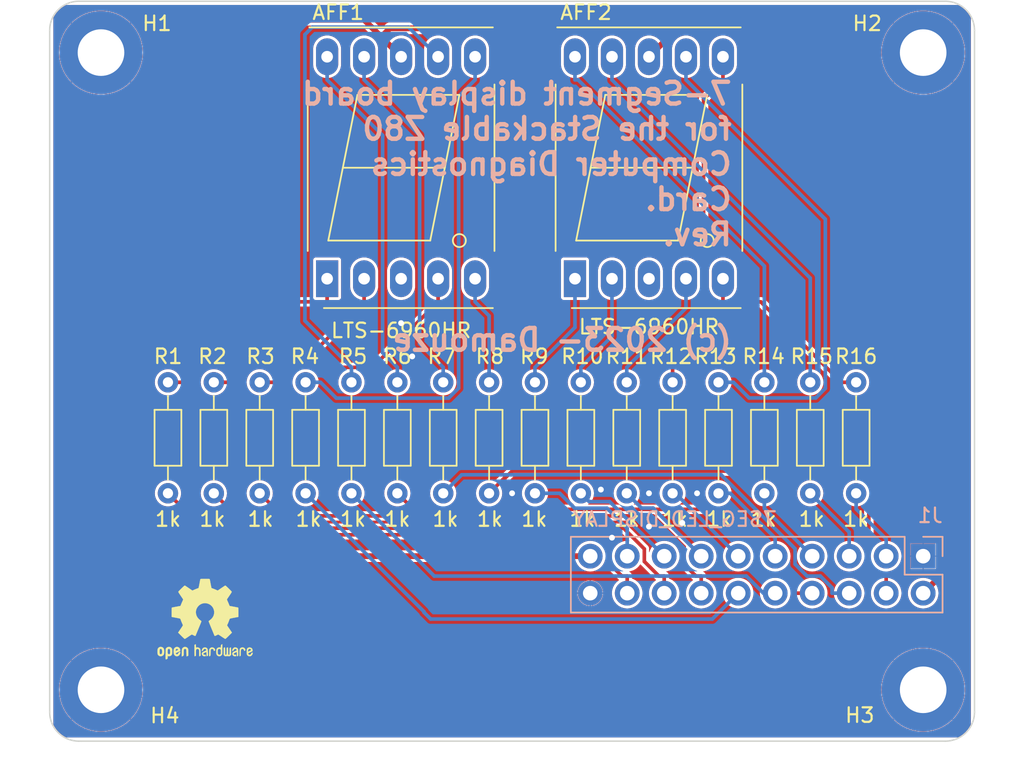
<source format=kicad_pcb>
(kicad_pcb (version 20221018) (generator pcbnew)
  (title_block (title "Clock Reset Board") (date "2023-08-24"))
  (layers (0 "F.Cu" mixed) (31 "B.Cu" mixed) (34 "B.Paste" user) (35 "F.Paste" user) (36 "B.SilkS" user "B.Silkscreen") (37 "F.SilkS" user "F.Silkscreen") (38 "B.Mask" user) (39 "F.Mask" user) (44 "Edge.Cuts" user))
  (net 0 "")
  (net 1 "Net-(AFF1-e)")
  (net 2 "Net-(AFF1-d)")
  (net 4 "Net-(AFF1-c)")
  (net 5 "Net-(AFF1-DP)")
  (net 6 "Net-(AFF1-b)")
  (net 7 "Net-(AFF1-a)")
  (net 8 "/+5V")
  (net 9 "Net-(AFF1-f)")
  (net 10 "Net-(AFF1-g)")
  (net 11 "Net-(AFF2-e)")
  (net 12 "Net-(AFF2-d)")
  (net 14 "Net-(AFF2-c)")
  (net 15 "Net-(AFF2-DP)")
  (net 16 "Net-(AFF2-b)")
  (net 17 "Net-(AFF2-a)")
  (net 18 "Net-(AFF2-f)")
  (net 19 "Net-(AFF2-g)")
  (net 20 "/GND")
  (net 21 "/~{SEG2_DP}")
  (net 22 "/~{SEG1_DP}")
  (net 23 "/~{SEG2_F}")
  (net 24 "/~{SEG1_F}")
  (net 25 "/~{SEG2_G}")
  (net 26 "/~{SEG1_G}")
  (net 27 "/~{SEG2_A}")
  (net 28 "/~{SEG1_A}")
  (net 29 "/~{SEG2_B}")
  (net 30 "/~{SEG1_B}")
  (net 31 "/~{SEG2_C}")
  (net 32 "/~{SEG1_C}")
  (net 33 "/~{SEG2_D}")
  (net 34 "/~{SEG1_D}")
  (net 35 "/~{SEG2_E}")
  (net 36 "/~{SEG1_E}")
  (footprint "MountingHole:MountingHole_3.2mm_M3_ISO7380_Pad" (layer "F.Cu") (at 28.925 28.925)
    (fp_text reference "H1" (at 3.841 -2.001) (layer "F.SilkS"))
    (fp_text value "MountingHole_Pad")
    (pad "1" thru_hole circle (at 0 0) (size 5.7 5.7) (drill 3.2) (layers "*.Cu" "*.Mask") (net 20 "/GND"))
  )
  (footprint "Resistor_THT:R_Axial_DIN0204_L3.6mm_D1.6mm_P7.62mm_Horizontal" (layer "F.Cu") (at 68.172 59.182 90)
    (fp_text reference "R12" (at 9.398 -0.1 180) (layer "F.SilkS"))
    (fp_text value "1k" (at -1.778 0.154 180) (layer "F.SilkS"))
    (pad "1" thru_hole circle (at 0 0 90) (size 1.4 1.4) (drill 0.7) (layers "*.Cu" "*.Mask") (net 29 "/~{SEG2_B}"))
    (pad "2" thru_hole oval (at 7.62 0 90) (size 1.4 1.4) (drill 0.7) (layers "*.Cu" "*.Mask") (net 16 "Net-(AFF2-b)"))
  )
  (footprint "Resistor_THT:R_Axial_DIN0204_L3.6mm_D1.6mm_P7.62mm_Horizontal" (layer "F.Cu") (at 52.422 59.182 90)
    (fp_text reference "R7" (at 9.398 -0.098 180) (layer "F.SilkS"))
    (fp_text value "1k" (at -1.778 0.156 180) (layer "F.SilkS"))
    (pad "1" thru_hole circle (at 0 0 90) (size 1.4 1.4) (drill 0.7) (layers "*.Cu" "*.Mask") (net 24 "/~{SEG1_F}"))
    (pad "2" thru_hole oval (at 7.62 0 90) (size 1.4 1.4) (drill 0.7) (layers "*.Cu" "*.Mask") (net 9 "Net-(AFF1-f)"))
  )
  (footprint "Resistor_THT:R_Axial_DIN0204_L3.6mm_D1.6mm_P7.62mm_Horizontal" (layer "F.Cu") (at 39.822 59.182 90)
    (fp_text reference "R3" (at 9.398 0.056 180) (layer "F.SilkS"))
    (fp_text value "1k" (at -1.778 0.056 180) (layer "F.SilkS"))
    (pad "1" thru_hole circle (at 0 0 90) (size 1.4 1.4) (drill 0.7) (layers "*.Cu" "*.Mask") (net 32 "/~{SEG1_C}"))
    (pad "2" thru_hole oval (at 7.62 0 90) (size 1.4 1.4) (drill 0.7) (layers "*.Cu" "*.Mask") (net 4 "Net-(AFF1-c)"))
  )
  (footprint "MountingHole:MountingHole_3.2mm_M3_ISO7380_Pad" (layer "F.Cu") (at 28.925 72.675)
    (fp_text reference "H4" (at 4.3815 1.7755) (layer "F.SilkS"))
    (fp_text value "MountingHole_Pad")
    (pad "1" thru_hole circle (at 0 0) (size 5.7 5.7) (drill 3.2) (layers "*.Cu" "*.Mask") (net 20 "/GND"))
  )
  (footprint "Resistor_THT:R_Axial_DIN0204_L3.6mm_D1.6mm_P7.62mm_Horizontal" (layer "F.Cu") (at 65.022 59.182 90)
    (fp_text reference "R11" (at 9.398 0.002 180) (layer "F.SilkS"))
    (fp_text value "1k" (at -1.778 0.002 180) (layer "F.SilkS"))
    (pad "1" thru_hole circle (at 0 0 90) (size 1.4 1.4) (drill 0.7) (layers "*.Cu" "*.Mask") (net 31 "/~{SEG2_C}"))
    (pad "2" thru_hole oval (at 7.62 0 90) (size 1.4 1.4) (drill 0.7) (layers "*.Cu" "*.Mask") (net 14 "Net-(AFF2-c)"))
  )
  (footprint "Resistor_THT:R_Axial_DIN0204_L3.6mm_D1.6mm_P7.62mm_Horizontal" (layer "F.Cu") (at 71.322 59.182 90)
    (fp_text reference "R13" (at 9.398 -0.202 180) (layer "F.SilkS"))
    (fp_text value "1k" (at -1.778 0.052 180) (layer "F.SilkS"))
    (pad "1" thru_hole circle (at 0 0 90) (size 1.4 1.4) (drill 0.7) (layers "*.Cu" "*.Mask") (net 27 "/~{SEG2_A}"))
    (pad "2" thru_hole oval (at 7.62 0 90) (size 1.4 1.4) (drill 0.7) (layers "*.Cu" "*.Mask") (net 17 "Net-(AFF2-a)"))
  )
  (footprint "Display_7Segment:7SegmentLED_LTS6760_LTS6780" (layer "F.Cu") (at 44.45 44.45 90)
    (fp_text reference "AFF1" (at 18.288 0.762 180) (layer "F.SilkS"))
    (fp_text value "LTS-6960HR" (at -3.556 5.08 180) (layer "F.SilkS"))
    (pad "1" thru_hole rect (at 0 0) (size 1.524 2.524) (drill 0.8) (layers "*.Cu" "*.Mask") (net 1 "Net-(AFF1-e)"))
    (pad "2" thru_hole oval (at 0 2.54) (size 1.524 2.524) (drill 0.8) (layers "*.Cu" "*.Mask") (net 2 "Net-(AFF1-d)"))
    (pad "3" thru_hole oval (at 0 5.08) (size 1.524 2.524) (drill 0.8) (layers "*.Cu" "*.Mask"))
    (pad "4" thru_hole oval (at 0 7.62) (size 1.524 2.524) (drill 0.8) (layers "*.Cu" "*.Mask") (net 4 "Net-(AFF1-c)"))
    (pad "5" thru_hole oval (at 0 10.16) (size 1.524 2.524) (drill 0.8) (layers "*.Cu" "*.Mask") (net 5 "Net-(AFF1-DP)"))
    (pad "6" thru_hole oval (at 15.24 10.16) (size 1.524 2.524) (drill 0.8) (layers "*.Cu" "*.Mask") (net 6 "Net-(AFF1-b)"))
    (pad "7" thru_hole oval (at 15.24 7.62) (size 1.524 2.524) (drill 0.8) (layers "*.Cu" "*.Mask") (net 7 "Net-(AFF1-a)"))
    (pad "8" thru_hole oval (at 15.24 5.08) (size 1.524 2.524) (drill 0.8) (layers "*.Cu" "*.Mask") (net 8 "/+5V"))
    (pad "9" thru_hole oval (at 15.24 2.54) (size 1.524 2.524) (drill 0.8) (layers "*.Cu" "*.Mask") (net 9 "Net-(AFF1-f)"))
    (pad "10" thru_hole oval (at 15.24 0) (size 1.524 2.524) (drill 0.8) (layers "*.Cu" "*.Mask") (net 10 "Net-(AFF1-g)"))
  )
  (footprint "Resistor_THT:R_Axial_DIN0204_L3.6mm_D1.6mm_P7.62mm_Horizontal" (layer "F.Cu") (at 49.272 59.182 90)
    (fp_text reference "R6" (at 9.398 0.004 180) (layer "F.SilkS"))
    (fp_text value "1k" (at -1.778 0.004 180) (layer "F.SilkS"))
    (pad "1" thru_hole circle (at 0 0 90) (size 1.4 1.4) (drill 0.7) (layers "*.Cu" "*.Mask") (net 26 "/~{SEG1_G}"))
    (pad "2" thru_hole oval (at 7.62 0 90) (size 1.4 1.4) (drill 0.7) (layers "*.Cu" "*.Mask") (net 10 "Net-(AFF1-g)"))
  )
  (footprint "Resistor_THT:R_Axial_DIN0204_L3.6mm_D1.6mm_P7.62mm_Horizontal" (layer "F.Cu") (at 33.522 59.182 90)
    (fp_text reference "R1" (at 9.398 0.006 180) (layer "F.SilkS"))
    (fp_text value "1k" (at -1.778 0.006 180) (layer "F.SilkS"))
    (pad "1" thru_hole circle (at 0 0 90) (size 1.4 1.4) (drill 0.7) (layers "*.Cu" "*.Mask") (net 36 "/~{SEG1_E}"))
    (pad "2" thru_hole oval (at 7.62 0 90) (size 1.4 1.4) (drill 0.7) (layers "*.Cu" "*.Mask") (net 1 "Net-(AFF1-e)"))
  )
  (footprint "Display_7Segment:7SegmentLED_LTS6760_LTS6780" (layer "F.Cu") (at 61.468 44.45 90)
    (fp_text reference "AFF2" (at 18.288 0.762 180) (layer "F.SilkS"))
    (fp_text value "LTS-6960HR" (at -3.302 5.08 180) (layer "F.SilkS"))
    (pad "1" thru_hole rect (at 0 0) (size 1.524 2.524) (drill 0.8) (layers "*.Cu" "*.Mask") (net 11 "Net-(AFF2-e)"))
    (pad "2" thru_hole oval (at 0 2.54) (size 1.524 2.524) (drill 0.8) (layers "*.Cu" "*.Mask") (net 12 "Net-(AFF2-d)"))
    (pad "3" thru_hole oval (at 0 5.08) (size 1.524 2.524) (drill 0.8) (layers "*.Cu" "*.Mask"))
    (pad "4" thru_hole oval (at 0 7.62) (size 1.524 2.524) (drill 0.8) (layers "*.Cu" "*.Mask") (net 14 "Net-(AFF2-c)"))
    (pad "5" thru_hole oval (at 0 10.16) (size 1.524 2.524) (drill 0.8) (layers "*.Cu" "*.Mask") (net 15 "Net-(AFF2-DP)"))
    (pad "6" thru_hole oval (at 15.24 10.16) (size 1.524 2.524) (drill 0.8) (layers "*.Cu" "*.Mask") (net 16 "Net-(AFF2-b)"))
    (pad "7" thru_hole oval (at 15.24 7.62) (size 1.524 2.524) (drill 0.8) (layers "*.Cu" "*.Mask") (net 17 "Net-(AFF2-a)"))
    (pad "8" thru_hole oval (at 15.24 5.08) (size 1.524 2.524) (drill 0.8) (layers "*.Cu" "*.Mask") (net 8 "/+5V"))
    (pad "9" thru_hole oval (at 15.24 2.54) (size 1.524 2.524) (drill 0.8) (layers "*.Cu" "*.Mask") (net 18 "Net-(AFF2-f)"))
    (pad "10" thru_hole oval (at 15.24 0) (size 1.524 2.524) (drill 0.8) (layers "*.Cu" "*.Mask") (net 19 "Net-(AFF2-g)"))
  )
  (footprint "Resistor_THT:R_Axial_DIN0204_L3.6mm_D1.6mm_P7.62mm_Horizontal" (layer "F.Cu") (at 46.122 59.182 90)
    (fp_text reference "R5" (at 9.398 0.106 180) (layer "F.SilkS"))
    (fp_text value "1k" (at -1.778 0.106 180) (layer "F.SilkS"))
    (pad "1" thru_hole circle (at 0 0 90) (size 1.4 1.4) (drill 0.7) (layers "*.Cu" "*.Mask") (net 28 "/~{SEG1_A}"))
    (pad "2" thru_hole oval (at 7.62 0 90) (size 1.4 1.4) (drill 0.7) (layers "*.Cu" "*.Mask") (net 7 "Net-(AFF1-a)"))
  )
  (footprint "MountingHole:MountingHole_3.2mm_M3_ISO7380_Pad" (layer "F.Cu") (at 85.375 28.925)
    (fp_text reference "H2" (at -3.841 -2.001) (layer "F.SilkS"))
    (fp_text value "MountingHole_Pad")
    (pad "1" thru_hole circle (at 0 0) (size 5.7 5.7) (drill 3.2) (layers "*.Cu" "*.Mask") (net 20 "/GND"))
  )
  (footprint "Resistor_THT:R_Axial_DIN0204_L3.6mm_D1.6mm_P7.62mm_Horizontal" (layer "F.Cu") (at 55.572 59.182 90)
    (fp_text reference "R8" (at 9.398 0.054 180) (layer "F.SilkS"))
    (fp_text value "1k" (at -1.778 0.054 180) (layer "F.SilkS"))
    (pad "1" thru_hole circle (at 0 0 90) (size 1.4 1.4) (drill 0.7) (layers "*.Cu" "*.Mask") (net 22 "/~{SEG1_DP}"))
    (pad "2" thru_hole oval (at 7.62 0 90) (size 1.4 1.4) (drill 0.7) (layers "*.Cu" "*.Mask") (net 5 "Net-(AFF1-DP)"))
  )
  (footprint "Resistor_THT:R_Axial_DIN0204_L3.6mm_D1.6mm_P7.62mm_Horizontal" (layer "F.Cu") (at 80.772 59.182 90)
    (fp_text reference "R16" (at 9.398 0 180) (layer "F.SilkS"))
    (fp_text value "1k" (at -1.778 0 180) (layer "F.SilkS"))
    (pad "1" thru_hole circle (at 0 0 90) (size 1.4 1.4) (drill 0.7) (layers "*.Cu" "*.Mask") (net 21 "/~{SEG2_DP}"))
    (pad "2" thru_hole oval (at 7.62 0 90) (size 1.4 1.4) (drill 0.7) (layers "*.Cu" "*.Mask") (net 15 "Net-(AFF2-DP)"))
  )
  (footprint "Resistor_THT:R_Axial_DIN0204_L3.6mm_D1.6mm_P7.62mm_Horizontal" (layer "F.Cu") (at 61.872 59.182 90)
    (fp_text reference "R10" (at 9.398 0.104 180) (layer "F.SilkS"))
    (fp_text value "1k" (at -1.778 0.104 180) (layer "F.SilkS"))
    (pad "1" thru_hole circle (at 0 0 90) (size 1.4 1.4) (drill 0.7) (layers "*.Cu" "*.Mask") (net 33 "/~{SEG2_D}"))
    (pad "2" thru_hole oval (at 7.62 0 90) (size 1.4 1.4) (drill 0.7) (layers "*.Cu" "*.Mask") (net 12 "Net-(AFF2-d)"))
  )
  (footprint "Resistor_THT:R_Axial_DIN0204_L3.6mm_D1.6mm_P7.62mm_Horizontal" (layer "F.Cu") (at 74.472 59.182 90)
    (fp_text reference "R14" (at 9.398 -0.05 180) (layer "F.SilkS"))
    (fp_text value "1k" (at -1.778 -0.05 180) (layer "F.SilkS"))
    (pad "1" thru_hole circle (at 0 0 90) (size 1.4 1.4) (drill 0.7) (layers "*.Cu" "*.Mask") (net 25 "/~{SEG2_G}"))
    (pad "2" thru_hole oval (at 7.62 0 90) (size 1.4 1.4) (drill 0.7) (layers "*.Cu" "*.Mask") (net 19 "Net-(AFF2-g)"))
  )
  (footprint "Resistor_THT:R_Axial_DIN0204_L3.6mm_D1.6mm_P7.62mm_Horizontal" (layer "F.Cu") (at 58.722 59.182 90)
    (fp_text reference "R9" (at 9.398 -0.048 180) (layer "F.SilkS"))
    (fp_text value "1k" (at -1.778 -0.048 180) (layer "F.SilkS"))
    (pad "1" thru_hole circle (at 0 0 90) (size 1.4 1.4) (drill 0.7) (layers "*.Cu" "*.Mask") (net 35 "/~{SEG2_E}"))
    (pad "2" thru_hole oval (at 7.62 0 90) (size 1.4 1.4) (drill 0.7) (layers "*.Cu" "*.Mask") (net 11 "Net-(AFF2-e)"))
  )
  (footprint "MountingHole:MountingHole_3.2mm_M3_ISO7380_Pad" (layer "F.Cu") (at 85.375 72.675)
    (fp_text reference "H3" (at -4.349 1.747) (layer "F.SilkS"))
    (fp_text value "MountingHole_Pad")
    (pad "1" thru_hole circle (at 0 0) (size 5.7 5.7) (drill 3.2) (layers "*.Cu" "*.Mask") (net 20 "/GND"))
  )
  (footprint "Symbol:OSHW-Logo2_7.3x6mm_SilkScreen" (layer "F.Cu") (at 36.068 67.818)
    (fp_text reference "REF**" hide)
    (fp_text value "OSHW-Logo2_7.3x6mm_SilkScreen" hide)
  )
  (footprint "Resistor_THT:R_Axial_DIN0204_L3.6mm_D1.6mm_P7.62mm_Horizontal" (layer "F.Cu") (at 36.672 59.182 90)
    (fp_text reference "R2" (at 9.398 -0.096 180) (layer "F.SilkS"))
    (fp_text value "1k" (at -1.778 -0.096 180) (layer "F.SilkS"))
    (pad "1" thru_hole circle (at 0 0 90) (size 1.4 1.4) (drill 0.7) (layers "*.Cu" "*.Mask") (net 34 "/~{SEG1_D}"))
    (pad "2" thru_hole oval (at 7.62 0 90) (size 1.4 1.4) (drill 0.7) (layers "*.Cu" "*.Mask") (net 2 "Net-(AFF1-d)"))
  )
  (footprint "Resistor_THT:R_Axial_DIN0204_L3.6mm_D1.6mm_P7.62mm_Horizontal" (layer "F.Cu") (at 77.622 59.182 90)
    (fp_text reference "R15" (at 9.398 0.102 180) (layer "F.SilkS"))
    (fp_text value "1k" (at -1.778 0.102 180) (layer "F.SilkS"))
    (pad "1" thru_hole circle (at 0 0 90) (size 1.4 1.4) (drill 0.7) (layers "*.Cu" "*.Mask") (net 23 "/~{SEG2_F}"))
    (pad "2" thru_hole oval (at 7.62 0 90) (size 1.4 1.4) (drill 0.7) (layers "*.Cu" "*.Mask") (net 18 "Net-(AFF2-f)"))
  )
  (footprint "Resistor_THT:R_Axial_DIN0204_L3.6mm_D1.6mm_P7.62mm_Horizontal" (layer "F.Cu") (at 42.972 59.182 90)
    (fp_text reference "R4" (at 9.398 -0.046 180) (layer "F.SilkS"))
    (fp_text value "1k" (at -1.778 0.208 180) (layer "F.SilkS"))
    (pad "1" thru_hole circle (at 0 0 90) (size 1.4 1.4) (drill 0.7) (layers "*.Cu" "*.Mask") (net 30 "/~{SEG1_B}"))
    (pad "2" thru_hole oval (at 7.62 0 90) (size 1.4 1.4) (drill 0.7) (layers "*.Cu" "*.Mask") (net 6 "Net-(AFF1-b)"))
  )
  (footprint "Connector_PinSocket_2.54mm:PinSocket_2x10_P2.54mm_Vertical" (layer "B.Cu") (at 85.375 63.5 90)
    (fp_text reference "J1" (at 2.794 0.477 180) (layer "B.SilkS") (effects (justify mirror)))
    (fp_text value "7SEG_LED_DISPLAY" (at 2.54 -17.049 180) (layer "B.SilkS") (effects (justify mirror)))
    (pad "1" thru_hole rect (at 0 0 90) (size 1.7 1.7) (drill 1) (layers "*.Cu" "*.Mask") (net 20 "/GND"))
    (pad "2" thru_hole oval (at -2.54 0 90) (size 1.7 1.7) (drill 1) (layers "*.Cu" "*.Mask") (net 8 "/+5V"))
    (pad "3" thru_hole oval (at 0 -2.54 90) (size 1.7 1.7) (drill 1) (layers "*.Cu" "*.Mask") (net 21 "/~{SEG2_DP}"))
    (pad "4" thru_hole oval (at -2.54 -2.54 90) (size 1.7 1.7) (drill 1) (layers "*.Cu" "*.Mask") (net 22 "/~{SEG1_DP}"))
    (pad "5" thru_hole oval (at 0 -5.08 90) (size 1.7 1.7) (drill 1) (layers "*.Cu" "*.Mask") (net 23 "/~{SEG2_F}"))
    (pad "6" thru_hole oval (at -2.54 -5.08 90) (size 1.7 1.7) (drill 1) (layers "*.Cu" "*.Mask") (net 24 "/~{SEG1_F}"))
    (pad "7" thru_hole oval (at 0 -7.62 90) (size 1.7 1.7) (drill 1) (layers "*.Cu" "*.Mask") (net 25 "/~{SEG2_G}"))
    (pad "8" thru_hole oval (at -2.54 -7.62 90) (size 1.7 1.7) (drill 1) (layers "*.Cu" "*.Mask") (net 26 "/~{SEG1_G}"))
    (pad "9" thru_hole oval (at 0 -10.16 90) (size 1.7 1.7) (drill 1) (layers "*.Cu" "*.Mask") (net 27 "/~{SEG2_A}"))
    (pad "10" thru_hole oval (at -2.54 -10.16 90) (size 1.7 1.7) (drill 1) (layers "*.Cu" "*.Mask") (net 28 "/~{SEG1_A}"))
    (pad "11" thru_hole oval (at 0 -12.7 90) (size 1.7 1.7) (drill 1) (layers "*.Cu" "*.Mask") (net 29 "/~{SEG2_B}"))
    (pad "12" thru_hole oval (at -2.54 -12.7 90) (size 1.7 1.7) (drill 1) (layers "*.Cu" "*.Mask") (net 30 "/~{SEG1_B}"))
    (pad "13" thru_hole oval (at 0 -15.24 90) (size 1.7 1.7) (drill 1) (layers "*.Cu" "*.Mask") (net 31 "/~{SEG2_C}"))
    (pad "14" thru_hole oval (at -2.54 -15.24 90) (size 1.7 1.7) (drill 1) (layers "*.Cu" "*.Mask") (net 32 "/~{SEG1_C}"))
    (pad "15" thru_hole oval (at 0 -17.78 90) (size 1.7 1.7) (drill 1) (layers "*.Cu" "*.Mask") (net 33 "/~{SEG2_D}"))
    (pad "16" thru_hole oval (at -2.54 -17.78 90) (size 1.7 1.7) (drill 1) (layers "*.Cu" "*.Mask") (net 34 "/~{SEG1_D}"))
    (pad "17" thru_hole oval (at 0 -20.32 90) (size 1.7 1.7) (drill 1) (layers "*.Cu" "*.Mask") (net 35 "/~{SEG2_E}"))
    (pad "18" thru_hole oval (at -2.54 -20.32 90) (size 1.7 1.7) (drill 1) (layers "*.Cu" "*.Mask") (net 36 "/~{SEG1_E}"))
    (pad "19" thru_hole oval (at 0 -22.86 90) (size 1.7 1.7) (drill 1) (layers "*.Cu" "*.Mask") (net 8 "/+5V"))
    (pad "20" thru_hole oval (at -2.54 -22.86 90) (size 1.7 1.7) (drill 1) (layers "*.Cu" "*.Mask") (net 20 "/GND"))
  )
  (gr_arc (start 88.9 74.2) (mid 88.314214 75.614214) (end 86.9 76.2) (stroke (width 0.1)) (layer "Edge.Cuts"))
  (gr_arc (start 25.4 27.4) (mid 25.985786 25.985786) (end 27.4 25.4) (stroke (width 0.1)) (layer "Edge.Cuts"))
  (gr_line (start 25.4 27.4) (end 25.4 74.2) (stroke (width 0.1)) (layer "Edge.Cuts"))
  (gr_line (start 88.9 27.4) (end 88.9 74.2) (stroke (width 0.1)) (layer "Edge.Cuts"))
  (gr_line (start 27.4 25.4) (end 86.9 25.4) (stroke (width 0.1)) (layer "Edge.Cuts"))
  (gr_line (start 27.4 76.2) (end 86.9 76.2) (stroke (width 0.1)) (layer "Edge.Cuts"))
  (gr_arc (start 86.9 25.4) (mid 88.314214 25.985786) (end 88.9 27.4) (stroke (width 0.1)) (layer "Edge.Cuts"))
  (gr_arc (start 27.4 76.2) (mid 25.985786 75.614214) (end 25.4 74.2) (stroke (width 0.1)) (layer "Edge.Cuts"))
  (gr_text "7-Segment display board\nfor the Stackable Z80\nComputer Diagnostics\nCard.\nRev. ${REVISION}\n\n\n(c) 2023- Damouze" (at 72.39 49.53) (layer "B.SilkS") (effects (font (size 1.5 1.5) (thickness 0.3) bold) (justify left bottom mirror)))
  (segment (start 40.072 46.0371) (end 34.5471 51.562) (width 0.25) (layer "F.Cu") (net 1))
  (segment (start 44.45 46.0371) (end 40.072 46.0371) (width 0.25) (layer "F.Cu") (net 1))
  (segment (start 33.522 51.562) (end 34.5471 51.562) (width 0.25) (layer "F.Cu") (net 1))
  (segment (start 44.45 44.45) (end 44.45 46.0371) (width 0.25) (layer "F.Cu") (net 1))
  (segment (start 46.99 44.45) (end 46.99 46.0371) (width 0.25) (layer "F.Cu") (net 2))
  (segment (start 46.99 46.0371) (end 43.7091 49.318) (width 0.25) (layer "F.Cu") (net 2))
  (segment (start 36.672 51.562) (end 37.6971 51.562) (width 0.25) (layer "F.Cu") (net 2))
  (segment (start 43.7091 49.318) (end 39.9411 49.318) (width 0.25) (layer "F.Cu") (net 2))
  (segment (start 39.9411 49.318) (end 37.6971 51.562) (width 0.25) (layer "F.Cu") (net 2))
  (segment (start 47.5702 50.5369) (end 52.07 46.0371) (width 0.25) (layer "F.Cu") (net 4))
  (segment (start 39.822 51.562) (end 40.8471 51.562) (width 0.25) (layer "F.Cu") (net 4))
  (segment (start 52.07 44.45) (end 52.07 46.0371) (width 0.25) (layer "F.Cu") (net 4))
  (segment (start 40.8471 51.562) (end 41.8722 50.5369) (width 0.25) (layer "F.Cu") (net 4))
  (segment (start 41.8722 50.5369) (end 47.5702 50.5369) (width 0.25) (layer "F.Cu") (net 4))
  (segment (start 55.572 46.9991) (end 55.572 51.562) (width 0.25) (layer "B.Cu") (net 5))
  (segment (start 54.61 44.45) (end 54.61 46.0371) (width 0.25) (layer "B.Cu") (net 5))
  (segment (start 54.61 46.0371) (end 55.572 46.9991) (width 0.25) (layer "B.Cu") (net 5))
  (segment (start 42.972 51.562) (end 43.9971 51.562) (width 0.25) (layer "B.Cu") (net 6))
  (segment (start 54.61 29.21) (end 54.61 30.7971) (width 0.25) (layer "B.Cu") (net 6))
  (segment (start 52.7903 52.6479) (end 45.083 52.6479) (width 0.25) (layer "B.Cu") (net 6))
  (segment (start 45.083 52.6479) (end 43.9971 51.562) (width 0.25) (layer "B.Cu") (net 6))
  (segment (start 54.61 30.7971) (end 53.4795 31.9276) (width 0.25) (layer "B.Cu") (net 6))
  (segment (start 53.4795 51.9587) (end 52.7903 52.6479) (width 0.25) (layer "B.Cu") (net 6))
  (segment (start 53.4795 31.9276) (end 53.4795 51.9587) (width 0.25) (layer "B.Cu") (net 6))
  (segment (start 52.07 29.21) (end 50.038 27.178) (width 0.25) (layer "B.Cu") (net 7))
  (segment (start 46.122 50.5369) (end 46.122 51.562) (width 0.25) (layer "B.Cu") (net 7))
  (segment (start 50.038 27.178) (end 43.434 27.178) (width 0.25) (layer "B.Cu") (net 7))
  (segment (start 42.926 47.3409) (end 46.122 50.5369) (width 0.25) (layer "B.Cu") (net 7))
  (segment (start 42.926 27.686) (end 42.926 47.3409) (width 0.25) (layer "B.Cu") (net 7))
  (segment (start 43.434 27.178) (end 42.926 27.686) (width 0.25) (layer "B.Cu") (net 7))
  (segment (start 31.496 63.5) (end 27.94 59.944) (width 0.4) (layer "F.Cu") (net 8))
  (segment (start 48.168 27.848) (end 49.53 29.21) (width 0.4) (layer "F.Cu") (net 8))
  (segment (start 27.94 36.068) (end 37.338 26.67) (width 0.4) (layer "F.Cu") (net 8))
  (segment (start 69.088 26.67) (end 68.499 27.259) (width 0.4) (layer "F.Cu") (net 8))
  (segment (start 85.375 66.04) (end 86.625 64.79) (width 0.4) (layer "F.Cu") (net 8))
  (segment (start 68.499 27.259) (end 48.757 27.259) (width 0.4) (layer "F.Cu") (net 8))
  (segment (start 27.94 59.944) (end 27.94 36.068) (width 0.4) (layer "F.Cu") (net 8))
  (segment (start 86.625 38.873) (end 74.422 26.67) (width 0.4) (layer "F.Cu") (net 8))
  (segment (start 68.499 27.259) (end 66.548 29.21) (width 0.4) (layer "F.Cu") (net 8))
  (segment (start 46.99 26.67) (end 48.168 27.848) (width 0.4) (layer "F.Cu") (net 8))
  (segment (start 37.338 26.67) (end 46.99 26.67) (width 0.4) (layer "F.Cu") (net 8))
  (segment (start 48.757 27.259) (end 48.168 27.848) (width 0.4) (layer "F.Cu") (net 8))
  (segment (start 86.625 64.79) (end 86.625 38.873) (width 0.4) (layer "F.Cu") (net 8))
  (segment (start 62.515 63.5) (end 31.496 63.5) (width 0.4) (layer "F.Cu") (net 8))
  (segment (start 74.422 26.67) (end 69.088 26.67) (width 0.4) (layer "F.Cu") (net 8))
  (segment (start 50.8 34.6071) (end 50.8 48.9149) (width 0.25) (layer "B.Cu") (net 9))
  (segment (start 52.422 51.562) (end 52.422 50.5369) (width 0.25) (layer "B.Cu") (net 9))
  (segment (start 46.99 30.7971) (end 50.8 34.6071) (width 0.25) (layer "B.Cu") (net 9))
  (segment (start 46.99 29.21) (end 46.99 30.7971) (width 0.25) (layer "B.Cu") (net 9))
  (segment (start 50.8 48.9149) (end 52.422 50.5369) (width 0.25) (layer "B.Cu") (net 9))
  (segment (start 48.26 34.6071) (end 48.26 49.5249) (width 0.25) (layer "B.Cu") (net 10))
  (segment (start 44.45 29.21) (end 44.45 30.7971) (width 0.25) (layer "B.Cu") (net 10))
  (segment (start 44.45 30.7971) (end 48.26 34.6071) (width 0.25) (layer "B.Cu") (net 10))
  (segment (start 49.272 51.562) (end 49.272 50.5369) (width 0.25) (layer "B.Cu") (net 10))
  (segment (start 48.26 49.5249) (end 49.272 50.5369) (width 0.25) (layer "B.Cu") (net 10))
  (segment (start 61.468 47.7909) (end 58.722 50.5369) (width 0.25) (layer "B.Cu") (net 11))
  (segment (start 61.468 44.45) (end 61.468 47.7909) (width 0.25) (layer "B.Cu") (net 11))
  (segment (start 58.722 51.562) (end 58.722 50.5369) (width 0.25) (layer "B.Cu") (net 11))
  (segment (start 61.872 51.562) (end 61.872 50.5369) (width 0.25) (layer "B.Cu") (net 12))
  (segment (start 64.008 48.4009) (end 61.872 50.5369) (width 0.25) (layer "B.Cu") (net 12))
  (segment (start 64.008 44.45) (end 64.008 48.4009) (width 0.25) (layer "B.Cu") (net 12))
  (segment (start 69.088 44.45) (end 69.088 46.4709) (width 0.25) (layer "B.Cu") (net 14))
  (segment (start 65.022 51.562) (end 65.022 50.5369) (width 0.25) (layer "B.Cu") (net 14))
  (segment (start 69.088 46.4709) (end 65.022 50.5369) (width 0.25) (layer "B.Cu") (net 14))
  (segment (start 74.222 46.0371) (end 79.7469 51.562) (width 0.25) (layer "F.Cu") (net 15))
  (segment (start 71.628 46.0371) (end 74.222 46.0371) (width 0.25) (layer "F.Cu") (net 15))
  (segment (start 80.772 51.562) (end 79.7469 51.562) (width 0.25) (layer "F.Cu") (net 15))
  (segment (start 71.628 44.45) (end 71.628 46.0371) (width 0.25) (layer "F.Cu") (net 15))
  (segment (start 70.2968 32.1283) (end 70.2968 48.4121) (width 0.25) (layer "F.Cu") (net 16))
  (segment (start 68.172 51.562) (end 68.172 50.5369) (width 0.25) (layer "F.Cu") (net 16))
  (segment (start 71.628 30.7971) (end 70.2968 32.1283) (width 0.25) (layer "F.Cu") (net 16))
  (segment (start 71.628 29.21) (end 71.628 30.7971) (width 0.25) (layer "F.Cu") (net 16))
  (segment (start 70.2968 48.4121) (end 68.172 50.5369) (width 0.25) (layer "F.Cu") (net 16))
  (segment (start 78.6572 40.3663) (end 78.6572 51.98) (width 0.25) (layer "B.Cu") (net 17))
  (segment (start 78.0002 52.637) (end 73.4221 52.637) (width 0.25) (layer "B.Cu") (net 17))
  (segment (start 71.322 51.562) (end 72.3471 51.562) (width 0.25) (layer "B.Cu") (net 17))
  (segment (start 69.088 29.21) (end 69.088 30.7971) (width 0.25) (layer "B.Cu") (net 17))
  (segment (start 73.4221 52.637) (end 72.3471 51.562) (width 0.25) (layer "B.Cu") (net 17))
  (segment (start 78.6572 51.98) (end 78.0002 52.637) (width 0.25) (layer "B.Cu") (net 17))
  (segment (start 69.088 30.7971) (end 78.6572 40.3663) (width 0.25) (layer "B.Cu") (net 17))
  (segment (start 64.008 30.7971) (end 77.622 44.4111) (width 0.25) (layer "B.Cu") (net 18))
  (segment (start 64.008 29.21) (end 64.008 30.7971) (width 0.25) (layer "B.Cu") (net 18))
  (segment (start 77.622 44.4111) (end 77.622 51.562) (width 0.25) (layer "B.Cu") (net 18))
  (segment (start 61.686 30.7971) (end 61.468 30.7971) (width 0.25) (layer "B.Cu") (net 19))
  (segment (start 74.472 43.5831) (end 61.686 30.7971) (width 0.25) (layer "B.Cu") (net 19))
  (segment (start 74.472 51.562) (end 74.472 43.5831) (width 0.25) (layer "B.Cu") (net 19))
  (segment (start 61.468 29.21) (end 61.468 30.7971) (width 0.25) (layer "B.Cu") (net 19))
  (via (at 57.15 59.182) (size 0.6) (drill 0.4) (layers "F.Cu" "B.Cu") (net 20))
  (via (at 50.292 49.784) (size 0.6) (drill 0.4) (layers "F.Cu" "B.Cu") (net 20))
  (via (at 69.85 59.182) (size 0.6) (drill 0.4) (layers "F.Cu" "B.Cu") (net 20))
  (via (at 63.246 58.928) (size 0.6) (drill 0.4) (layers "F.Cu" "B.Cu") (net 20))
  (via (at 68.834 61.214) (size 0.6) (drill 0.4) (layers "F.Cu" "B.Cu") (net 20))
  (via (at 66.548 61.468) (size 0.6) (drill 0.4) (layers "F.Cu" "B.Cu") (net 20))
  (via (at 49.53 47.498) (size 0.6) (drill 0.4) (layers "F.Cu" "B.Cu") (net 20))
  (via (at 64.008 62.23) (size 0.6) (drill 0.4) (layers "F.Cu" "B.Cu") (net 20))
  (via (at 66.548 59.182) (size 0.6) (drill 0.4) (layers "F.Cu" "B.Cu") (net 20))
  (segment (start 82.835 62.3249) (end 80.772 60.2619) (width 0.25) (layer "B.Cu") (net 21))
  (segment (start 80.772 60.2619) (end 80.772 59.182) (width 0.25) (layer "B.Cu") (net 21))
  (segment (start 82.835 63.5) (end 82.835 62.3249) (width 0.25) (layer "B.Cu") (net 21))
  (segment (start 81.6444 64.0415) (end 82.4678 64.8649) (width 0.25) (layer "F.Cu") (net 22))
  (segment (start 81.8208 59.8394) (end 81.6444 60.0158) (width 0.25) (layer "F.Cu") (net 22))
  (segment (start 82.4678 64.8649) (end 82.835 64.8649) (width 0.25) (layer "F.Cu") (net 22))
  (segment (start 82.835 64.8649) (end 82.835 66.04) (width 0.25) (layer "F.Cu") (net 22))
  (segment (start 57.15 57.658) (end 80.7453 57.658) (width 0.25) (layer "F.Cu") (net 22))
  (segment (start 81.8208 58.7335) (end 81.8208 59.8394) (width 0.25) (layer "F.Cu") (net 22))
  (segment (start 55.572 59.182) (end 56.6389 58.1151) (width 0.25) (layer "F.Cu") (net 22))
  (segment (start 80.7453 57.658) (end 81.8208 58.7335) (width 0.25) (layer "F.Cu") (net 22))
  (segment (start 56.6929 58.1151) (end 57.15 57.658) (width 0.25) (layer "F.Cu") (net 22))
  (segment (start 56.6389 58.1151) (end 56.6929 58.1151) (width 0.25) (layer "F.Cu") (net 22))
  (segment (start 81.6444 60.0158) (end 81.6444 64.0415) (width 0.25) (layer "F.Cu") (net 22))
  (segment (start 80.295 61.855) (end 77.622 59.182) (width 0.25) (layer "B.Cu") (net 23))
  (segment (start 80.295 63.5) (end 80.295 61.855) (width 0.25) (layer "B.Cu") (net 23))
  (segment (start 76.5798 64.0489) (end 77.3958 64.8649) (width 0.25) (layer "B.Cu") (net 24))
  (segment (start 78.3121 64.8649) (end 79.1199 65.6727) (width 0.25) (layer "B.Cu") (net 24))
  (segment (start 79.1199 65.6727) (end 79.1199 66.04) (width 0.25) (layer "B.Cu") (net 24))
  (segment (start 76.5798 62.9899) (end 76.5798 64.0489) (width 0.25) (layer "B.Cu") (net 24))
  (segment (start 53.692 57.912) (end 71.5019 57.912) (width 0.25) (layer "B.Cu") (net 24))
  (segment (start 52.422 59.182) (end 53.692 57.912) (width 0.25) (layer "B.Cu") (net 24))
  (segment (start 71.5019 57.912) (end 76.5798 62.9899) (width 0.25) (layer "B.Cu") (net 24))
  (segment (start 79.1199 66.04) (end 80.295 66.04) (width 0.25) (layer "B.Cu") (net 24))
  (segment (start 77.3958 64.8649) (end 78.3121 64.8649) (width 0.25) (layer "B.Cu") (net 24))
  (segment (start 77.755 63.5) (end 74.472 60.217) (width 0.25) (layer "B.Cu") (net 25))
  (segment (start 74.472 60.217) (end 74.472 59.182) (width 0.25) (layer "B.Cu") (net 25))
  (segment (start 73.945 63.042) (end 71.1878 60.2848) (width 0.25) (layer "F.Cu") (net 26))
  (segment (start 76.5799 65.6727) (end 75.7721 64.8649) (width 0.25) (layer "F.Cu") (net 26))
  (segment (start 76.5799 66.04) (end 76.5799 65.6727) (width 0.25) (layer "F.Cu") (net 26))
  (segment (start 50.3748 60.2848) (end 49.272 59.182) (width 0.25) (layer "F.Cu") (net 26))
  (segment (start 77.755 66.04) (end 76.5799 66.04) (width 0.25) (layer "F.Cu") (net 26))
  (segment (start 71.1878 60.2848) (end 50.3748 60.2848) (width 0.25) (layer "F.Cu") (net 26))
  (segment (start 75.7721 64.8649) (end 74.8984 64.8649) (width 0.25) (layer "F.Cu") (net 26))
  (segment (start 73.945 63.9115) (end 73.945 63.042) (width 0.25) (layer "F.Cu") (net 26))
  (segment (start 74.8984 64.8649) (end 73.945 63.9115) (width 0.25) (layer "F.Cu") (net 26))
  (segment (start 75.215 62.261496) (end 72.135504 59.182) (width 0.25) (layer "B.Cu") (net 27))
  (segment (start 72.135504 59.182) (end 71.322 59.182) (width 0.25) (layer "B.Cu") (net 27))
  (segment (start 75.215 63.5) (end 75.215 62.261496) (width 0.25) (layer "B.Cu") (net 27))
  (segment (start 75.215 66.04) (end 74.4072 66.04) (width 0.25) (layer "B.Cu") (net 28))
  (segment (start 51.8049 64.8649) (end 46.122 59.182) (width 0.25) (layer "B.Cu") (net 28))
  (segment (start 74.4072 66.04) (end 73.2321 64.8649) (width 0.25) (layer "B.Cu") (net 28))
  (segment (start 73.2321 64.8649) (end 51.8049 64.8649) (width 0.25) (layer "B.Cu") (net 28))
  (segment (start 68.357 59.182) (end 68.172 59.182) (width 0.25) (layer "B.Cu") (net 29))
  (segment (start 72.675 63.5) (end 68.357 59.182) (width 0.25) (layer "B.Cu") (net 29))
  (segment (start 70.612 67.818) (end 51.562 67.818) (width 0.25) (layer "B.Cu") (net 30))
  (segment (start 51.1 67.356) (end 51.562 67.818) (width 0.25) (layer "B.Cu") (net 30))
  (segment (start 70.897 67.818) (end 70.612 67.818) (width 0.25) (layer "B.Cu") (net 30))
  (segment (start 51.1 67.31) (end 42.972 59.182) (width 0.25) (layer "B.Cu") (net 30))
  (segment (start 51.1 67.31) (end 51.1 67.356) (width 0.25) (layer "B.Cu") (net 30))
  (segment (start 72.675 66.04) (end 70.897 67.818) (width 0.25) (layer "B.Cu") (net 30))
  (segment (start 66.833 60.198) (end 66.038 60.198) (width 0.25) (layer "B.Cu") (net 31))
  (segment (start 66.038 60.198) (end 65.022 59.182) (width 0.25) (layer "B.Cu") (net 31))
  (segment (start 70.135 63.5) (end 66.833 60.198) (width 0.25) (layer "B.Cu") (net 31))
  (segment (start 41.375 60.735) (end 66.831 60.735) (width 0.25) (layer "F.Cu") (net 32))
  (segment (start 68.9598 64.055) (end 69.7697 64.8649) (width 0.25) (layer "F.Cu") (net 32))
  (segment (start 68.9598 62.8638) (end 68.9598 64.055) (width 0.25) (layer "F.Cu") (net 32))
  (segment (start 70.135 64.8649) (end 70.135 66.04) (width 0.25) (layer "F.Cu") (net 32))
  (segment (start 69.7697 64.8649) (end 70.135 64.8649) (width 0.25) (layer "F.Cu") (net 32))
  (segment (start 66.831 60.735) (end 68.9598 62.8638) (width 0.25) (layer "F.Cu") (net 32))
  (segment (start 39.822 59.182) (end 41.375 60.735) (width 0.25) (layer "F.Cu") (net 32))
  (segment (start 63.852 59.757) (end 62.447 59.757) (width 0.25) (layer "B.Cu") (net 33))
  (segment (start 67.595 63.5) (end 63.852 59.757) (width 0.25) (layer "B.Cu") (net 33))
  (segment (start 62.447 59.757) (end 61.872 59.182) (width 0.25) (layer "B.Cu") (net 33))
  (segment (start 64.8078 61.5816) (end 66.2302 63.004) (width 0.25) (layer "F.Cu") (net 34))
  (segment (start 36.672 59.182) (end 39.0716 61.5816) (width 0.25) (layer "F.Cu") (net 34))
  (segment (start 67.2297 64.8649) (end 67.595 64.8649) (width 0.25) (layer "F.Cu") (net 34))
  (segment (start 39.0716 61.5816) (end 64.8078 61.5816) (width 0.25) (layer "F.Cu") (net 34))
  (segment (start 67.595 66.04) (end 67.595 64.8649) (width 0.25) (layer "F.Cu") (net 34))
  (segment (start 66.2302 63.8654) (end 67.2297 64.8649) (width 0.25) (layer "F.Cu") (net 34))
  (segment (start 66.2302 63.004) (end 66.2302 63.8654) (width 0.25) (layer "F.Cu") (net 34))
  (segment (start 65.055 63.5) (end 65.055 61.596396) (width 0.25) (layer "B.Cu") (net 35))
  (segment (start 63.665604 60.207) (end 61.447431 60.207) (width 0.25) (layer "B.Cu") (net 35))
  (segment (start 60.422431 59.182) (end 58.722 59.182) (width 0.25) (layer "B.Cu") (net 35))
  (segment (start 65.055 61.596396) (end 63.665604 60.207) (width 0.25) (layer "B.Cu") (net 35))
  (segment (start 61.447431 60.207) (end 60.422431 59.182) (width 0.25) (layer "B.Cu") (net 35))
  (segment (start 36.3716 62.0316) (end 36.192 61.852) (width 0.25) (layer "F.Cu") (net 36))
  (segment (start 36.192 61.852) (end 33.522 59.182) (width 0.25) (layer "F.Cu") (net 36))
  (segment (start 65.055 66.04) (end 65.055 64.8649) (width 0.25) (layer "F.Cu") (net 36))
  (segment (start 65.055 64.8649) (end 64.6877 64.8649) (width 0.25) (layer "F.Cu") (net 36))
  (segment (start 63.8799 63.11) (end 62.8015 62.0316) (width 0.25) (layer "F.Cu") (net 36))
  (segment (start 62.8015 62.0316) (end 36.3716 62.0316) (width 0.25) (layer "F.Cu") (net 36))
  (segment (start 64.6877 64.8649) (end 63.8799 64.0571) (width 0.25) (layer "F.Cu") (net 36))
  (segment (start 63.8799 64.0571) (end 63.8799 63.11) (width 0.25) (layer "F.Cu") (net 36))
  (zone locked (net 20) (net_name "/GND") (layers "F&B.Cu") (connect_pads (clearance 0.02)) (min_thickness 0.03) (fill yes (thermal_gap 0.03) (thermal_bridge_width 0.06))
    (polygon (pts (xy 25.654 25.654) (xy 88.646 25.654) (xy 88.646 75.946) (xy 25.654 75.946)))
  )
)
</source>
